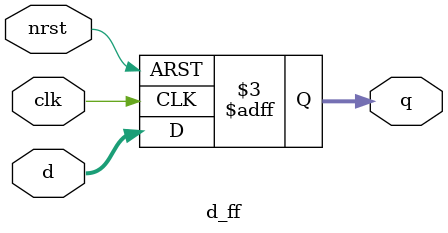
<source format=sv>
`timescale 1ns / 1ps


module d_ff #(parameter n = 4)(
    input logic clk, nrst,
    input  logic [n-1:0]  d,
    output logic [n-1:0] q
    );
    
    
    always_ff@(posedge clk, negedge nrst)
        begin
            if(!nrst)
                begin
                    q <= 0;
                end
             else   
                begin
                    q <= d;
                end 
        end
    
endmodule

</source>
